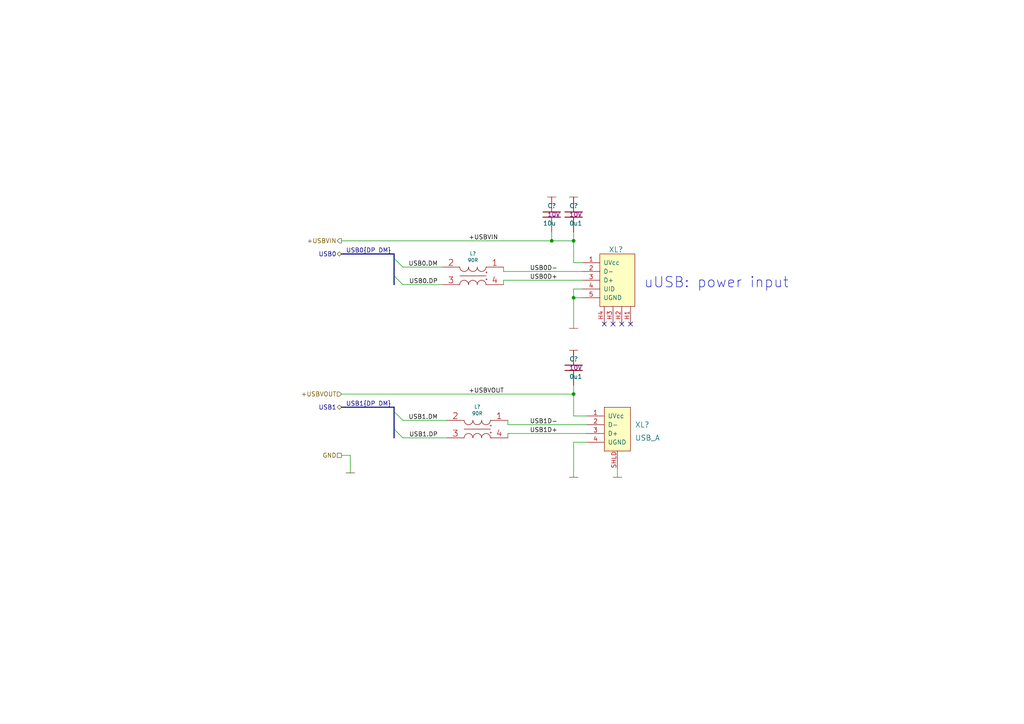
<source format=kicad_sch>
(kicad_sch (version 20211123) (generator eeschema)

  (uuid b35ed62f-701a-40b0-8708-b5d3b7fe1013)

  (paper "A4")

  (lib_symbols
    (symbol "C_11" (pin_numbers hide) (pin_names (offset 0.254)) (in_bom yes) (on_board yes)
      (property "Reference" "C" (id 0) (at -2.54 -2.54 0)
        (effects (font (size 1.27 1.27)) (justify left))
      )
      (property "Value" "C_11" (id 1) (at -2.54 2.54 0)
        (effects (font (size 1.27 1.27)) (justify left))
      )
      (property "Footprint" "Capacitors:CAP_0603" (id 2) (at 2.54 -3.81 90)
        (effects (font (size 0.7112 0.7112)) (justify bottom) hide)
      )
      (property "Datasheet" "" (id 3) (at -2.54 -2.54 0)
        (effects (font (size 1.524 1.524)) hide)
      )
      (property "Price" "0.5" (id 4) (at 0 0 0)
        (effects (font (size 1.524 1.524)) hide)
      )
      (property "SolderPoints" "2" (id 5) (at 2.54 2.54 0)
        (effects (font (size 1.524 1.524)) hide)
      )
      (property "Description" "X5R or X7R capacitor, 6.3V or higher" (id 6) (at 0 0 0)
        (effects (font (size 2.0066 2.0066)) hide)
      )
      (property "Type" "Capacitor SMD" (id 7) (at 0 0 0)
        (effects (font (size 1.27 1.27)) hide)
      )
      (property "PN" "-" (id 8) (at 0 0 0)
        (effects (font (size 1.27 1.27)) hide)
      )
      (property "Manufacturer" "-" (id 9) (at 0 0 0)
        (effects (font (size 1.27 1.27)) hide)
      )
      (property "Dielectric" "X5R or X7R" (id 10) (at 0 0 0)
        (effects (font (size 1.27 1.27)) hide)
      )
      (property "Tolerance" "20%" (id 11) (at 0 0 0)
        (effects (font (size 1.27 1.27)) hide)
      )
      (property "Voltage" "10V" (id 12) (at 0 0 0)
        (effects (font (size 1.27 1.27)) (justify left))
      )
      (property "ki_description" "Capacitor" (id 13) (at 0 0 0)
        (effects (font (size 1.27 1.27)) hide)
      )
      (property "ki_fp_filters" "c*" (id 14) (at 0 0 0)
        (effects (font (size 1.27 1.27)) hide)
      )
      (symbol "C_11_0_1"
        (polyline
          (pts
            (xy -2.54 -0.762)
            (xy 2.54 -0.762)
          )
          (stroke (width 0.254) (type default) (color 0 0 0 0))
          (fill (type none))
        )
        (polyline
          (pts
            (xy -2.54 0.762)
            (xy 2.54 0.762)
          )
          (stroke (width 0.254) (type default) (color 0 0 0 0))
          (fill (type none))
        )
      )
      (symbol "C_11_1_1"
        (pin passive line (at 0 5.08 270) (length 4.318)
          (name "~" (effects (font (size 1.016 1.016))))
          (number "1" (effects (font (size 1.016 1.016))))
        )
        (pin passive line (at 0 -5.08 90) (length 4.318)
          (name "~" (effects (font (size 1.016 1.016))))
          (number "2" (effects (font (size 1.016 1.016))))
        )
      )
    )
    (symbol "Connectors_kl:USB_A" (pin_names (offset 1.016)) (in_bom yes) (on_board yes)
      (property "Reference" "XL" (id 0) (at -5.08 11.43 0)
        (effects (font (size 1.524 1.524)))
      )
      (property "Value" "USB_A" (id 1) (at -2.54 8.89 0)
        (effects (font (size 1.524 1.524)))
      )
      (property "Footprint" "" (id 2) (at 0 0 0)
        (effects (font (size 1.524 1.524)))
      )
      (property "Datasheet" "" (id 3) (at 0 0 0)
        (effects (font (size 1.524 1.524)))
      )
      (property "ki_fp_filters" "USB*" (id 4) (at 0 0 0)
        (effects (font (size 1.27 1.27)) hide)
      )
      (symbol "USB_A_0_1"
        (rectangle (start 0 7.62) (end -7.62 -5.08)
          (stroke (width 0) (type default) (color 0 0 0 0))
          (fill (type background))
        )
      )
      (symbol "USB_A_1_1"
        (pin power_out line (at 5.08 5.08 180) (length 5.08)
          (name "UVcc" (effects (font (size 1.27 1.27))))
          (number "1" (effects (font (size 1.27 1.27))))
        )
        (pin passive line (at 5.08 2.54 180) (length 5.08)
          (name "D-" (effects (font (size 1.27 1.27))))
          (number "2" (effects (font (size 1.27 1.27))))
        )
        (pin passive line (at 5.08 0 180) (length 5.08)
          (name "D+" (effects (font (size 1.27 1.27))))
          (number "3" (effects (font (size 1.27 1.27))))
        )
        (pin power_out line (at 5.08 -2.54 180) (length 5.08)
          (name "UGND" (effects (font (size 1.27 1.27))))
          (number "4" (effects (font (size 1.27 1.27))))
        )
        (pin input line (at -3.81 -10.16 90) (length 5.08)
          (name "~" (effects (font (size 1.27 1.27))))
          (number "SHLD" (effects (font (size 1.27 1.27))))
        )
      )
    )
    (symbol "Connectors_kl:USB_MICRO_4H" (pin_names (offset 1.016)) (in_bom yes) (on_board yes)
      (property "Reference" "XL" (id 0) (at -5.08 11.43 0)
        (effects (font (size 1.524 1.524)))
      )
      (property "Value" "USB_MICRO_4H" (id 1) (at -2.54 8.89 0)
        (effects (font (size 1.524 1.524)))
      )
      (property "Footprint" "" (id 2) (at 0 0 0)
        (effects (font (size 1.524 1.524)))
      )
      (property "Datasheet" "" (id 3) (at 0 0 0)
        (effects (font (size 1.524 1.524)))
      )
      (property "ki_fp_filters" "USB*" (id 4) (at 0 0 0)
        (effects (font (size 1.27 1.27)) hide)
      )
      (symbol "USB_MICRO_4H_0_1"
        (rectangle (start 0 -7.62) (end -10.16 7.62)
          (stroke (width 0) (type default) (color 0 0 0 0))
          (fill (type background))
        )
        (pin passive line (at -3.81 -12.7 90) (length 5.08)
          (name "~" (effects (font (size 1.27 1.27))))
          (number "H3" (effects (font (size 1.27 1.27))))
        )
        (pin passive line (at -1.27 -12.7 90) (length 5.08)
          (name "~" (effects (font (size 1.27 1.27))))
          (number "H4" (effects (font (size 1.27 1.27))))
        )
      )
      (symbol "USB_MICRO_4H_1_1"
        (pin power_out line (at 5.08 5.08 180) (length 5.08)
          (name "UVcc" (effects (font (size 1.27 1.27))))
          (number "1" (effects (font (size 1.27 1.27))))
        )
        (pin passive line (at 5.08 2.54 180) (length 5.08)
          (name "D-" (effects (font (size 1.27 1.27))))
          (number "2" (effects (font (size 1.27 1.27))))
        )
        (pin passive line (at 5.08 0 180) (length 5.08)
          (name "D+" (effects (font (size 1.27 1.27))))
          (number "3" (effects (font (size 1.27 1.27))))
        )
        (pin passive line (at 5.08 -2.54 180) (length 5.08)
          (name "UID" (effects (font (size 1.27 1.27))))
          (number "4" (effects (font (size 1.27 1.27))))
        )
        (pin power_out line (at 5.08 -5.08 180) (length 5.08)
          (name "UGND" (effects (font (size 1.27 1.27))))
          (number "5" (effects (font (size 1.27 1.27))))
        )
        (pin passive line (at -8.89 -12.7 90) (length 5.08)
          (name "~" (effects (font (size 1.27 1.27))))
          (number "H1" (effects (font (size 1.27 1.27))))
        )
        (pin passive line (at -6.35 -12.7 90) (length 5.08)
          (name "~" (effects (font (size 1.27 1.27))))
          (number "H2" (effects (font (size 1.27 1.27))))
        )
      )
    )
    (symbol "Tittar_kl:C" (pin_numbers hide) (pin_names (offset 0.254)) (in_bom yes) (on_board yes)
      (property "Reference" "C" (id 0) (at -2.54 -2.54 0)
        (effects (font (size 1.27 1.27)) (justify left))
      )
      (property "Value" "Tittar_kl_C" (id 1) (at -2.54 2.54 0)
        (effects (font (size 1.27 1.27)) (justify left))
      )
      (property "Footprint" "Capacitors:CAP_0603" (id 2) (at 2.54 -3.81 90)
        (effects (font (size 0.7112 0.7112)) (justify bottom) hide)
      )
      (property "Datasheet" "" (id 3) (at -2.54 -2.54 0)
        (effects (font (size 1.524 1.524)) hide)
      )
      (property "Price" "0.5" (id 4) (at 0 0 0)
        (effects (font (size 1.524 1.524)) hide)
      )
      (property "SolderPoints" "2" (id 5) (at 2.54 2.54 0)
        (effects (font (size 1.524 1.524)) hide)
      )
      (property "ki_fp_filters" "c*" (id 6) (at 0 0 0)
        (effects (font (size 1.27 1.27)) hide)
      )
      (symbol "C_0_1"
        (polyline
          (pts
            (xy -2.54 -0.762)
            (xy 2.54 -0.762)
          )
          (stroke (width 0.254) (type default) (color 0 0 0 0))
          (fill (type none))
        )
        (polyline
          (pts
            (xy -2.54 0.762)
            (xy 2.54 0.762)
          )
          (stroke (width 0.254) (type default) (color 0 0 0 0))
          (fill (type none))
        )
      )
      (symbol "C_1_1"
        (pin passive line (at 0 5.08 270) (length 4.318)
          (name "~" (effects (font (size 1.016 1.016))))
          (number "1" (effects (font (size 1.016 1.016))))
        )
        (pin passive line (at 0 -5.08 90) (length 4.318)
          (name "~" (effects (font (size 1.016 1.016))))
          (number "2" (effects (font (size 1.016 1.016))))
        )
      )
    )
    (symbol "Tittar_kl:CHOKE_COIL" (pin_names hide) (in_bom yes) (on_board yes)
      (property "Reference" "L" (id 0) (at -3.81 7.62 0)
        (effects (font (size 1.016 1.016)))
      )
      (property "Value" "CHOKE_COIL" (id 1) (at -0.127 6.096 0)
        (effects (font (size 1.016 1.016)))
      )
      (property "Footprint" "" (id 2) (at 0 0 0)
        (effects (font (size 1.524 1.524)))
      )
      (property "Datasheet" "" (id 3) (at 0 0 0)
        (effects (font (size 1.524 1.524)))
      )
      (property "ki_description" "Common mode choke coil" (id 4) (at 0 0 0)
        (effects (font (size 1.27 1.27)) hide)
      )
      (property "ki_fp_filters" "IND*" (id 5) (at 0 0 0)
        (effects (font (size 1.27 1.27)) hide)
      )
      (symbol "CHOKE_COIL_0_1"
        (circle (center -3.937 -1.016) (radius 0.127)
          (stroke (width 0) (type default) (color 0 0 0 0))
          (fill (type none))
        )
        (circle (center -3.937 1.016) (radius 0.127)
          (stroke (width 0) (type default) (color 0 0 0 0))
          (fill (type none))
        )
        (arc (start -3.81 2.54) (mid -2.54 1.27) (end -1.27 2.54)
          (stroke (width 0) (type default) (color 0 0 0 0))
          (fill (type none))
        )
        (arc (start -1.27 -2.54) (mid -2.54 -1.27) (end -3.81 -2.54)
          (stroke (width 0) (type default) (color 0 0 0 0))
          (fill (type none))
        )
        (arc (start -1.27 2.54) (mid 0 1.27) (end 1.27 2.54)
          (stroke (width 0) (type default) (color 0 0 0 0))
          (fill (type none))
        )
        (polyline
          (pts
            (xy -3.81 0)
            (xy 3.81 0)
          )
          (stroke (width 0) (type default) (color 0 0 0 0))
          (fill (type none))
        )
        (arc (start 1.27 -2.54) (mid 0 -1.27) (end -1.27 -2.54)
          (stroke (width 0) (type default) (color 0 0 0 0))
          (fill (type none))
        )
        (arc (start 1.27 2.54) (mid 2.54 1.27) (end 3.81 2.54)
          (stroke (width 0) (type default) (color 0 0 0 0))
          (fill (type none))
        )
        (arc (start 3.81 -2.54) (mid 2.54 -1.27) (end 1.27 -2.54)
          (stroke (width 0) (type default) (color 0 0 0 0))
          (fill (type none))
        )
      )
      (symbol "CHOKE_COIL_1_1"
        (pin passive line (at -8.89 2.54 0) (length 5.08)
          (name "~" (effects (font (size 1.778 1.778))))
          (number "1" (effects (font (size 1.778 1.778))))
        )
        (pin passive line (at 8.89 2.54 180) (length 5.08)
          (name "~" (effects (font (size 1.778 1.778))))
          (number "2" (effects (font (size 1.778 1.778))))
        )
        (pin passive line (at 8.89 -2.54 180) (length 5.08)
          (name "~" (effects (font (size 1.778 1.778))))
          (number "3" (effects (font (size 1.778 1.778))))
        )
        (pin passive line (at -8.89 -2.54 0) (length 5.08)
          (name "~" (effects (font (size 1.778 1.778))))
          (number "4" (effects (font (size 1.778 1.778))))
        )
      )
    )
    (symbol "power:GND" (power) (pin_names (offset 0.254)) (in_bom yes) (on_board yes)
      (property "Reference" "#PWR" (id 0) (at 2.286 -0.508 0)
        (effects (font (size 0.762 0.762)) hide)
      )
      (property "Value" "GND" (id 1) (at 0 -2.032 0)
        (effects (font (size 0.762 0.762)) hide)
      )
      (property "Footprint" "" (id 2) (at 0 0 0)
        (effects (font (size 1.524 1.524)))
      )
      (property "Datasheet" "" (id 3) (at 0 0 0)
        (effects (font (size 1.524 1.524)))
      )
      (symbol "GND_0_1"
        (polyline
          (pts
            (xy -1.27 0)
            (xy 1.27 0)
          )
          (stroke (width 0.127) (type default) (color 0 0 0 0))
          (fill (type none))
        )
      )
      (symbol "GND_1_1"
        (pin power_in line (at 0 0 270) (length 0) hide
          (name "GND" (effects (font (size 0.762 0.762))))
          (number "1" (effects (font (size 0.762 0.762))))
        )
      )
    )
  )

  (junction (at 160.02 69.85) (diameter 0) (color 0 0 0 0)
    (uuid 328dd172-f93d-4fc5-b64d-491e303c6be1)
  )
  (junction (at 166.37 86.36) (diameter 0) (color 0 0 0 0)
    (uuid 5e92c62c-36d5-4262-be59-d9133590ea4e)
  )
  (junction (at 166.37 114.3) (diameter 0) (color 0 0 0 0)
    (uuid 948ef552-1a17-4562-af06-9f12cb3a7bb7)
  )
  (junction (at 166.37 69.85) (diameter 0) (color 0 0 0 0)
    (uuid f75afb40-9368-4824-826c-b6ab400668ba)
  )

  (no_connect (at 175.26 93.98) (uuid 3e8e6214-d394-4b5a-8e15-425b0da09d69))
  (no_connect (at 182.88 93.98) (uuid 4037c023-d147-4f6a-aebc-5e3ed763d253))
  (no_connect (at 180.34 93.98) (uuid 99bf6331-4737-46ca-8952-4c0f558a5b8a))
  (no_connect (at 177.8 93.98) (uuid bd2a31ee-6d9f-4f45-a364-9e3474cbe28b))

  (bus_entry (at 114.3 124.46) (size 2.54 2.54)
    (stroke (width 0) (type default) (color 0 0 0 0))
    (uuid 1ecbfb5f-c11c-48a2-832b-8a1abe83cc17)
  )
  (bus_entry (at 114.3 74.93) (size 2.54 2.54)
    (stroke (width 0) (type default) (color 0 0 0 0))
    (uuid 9006db7f-5ac2-4128-bfb6-96640f69aa9f)
  )
  (bus_entry (at 114.3 119.38) (size 2.54 2.54)
    (stroke (width 0) (type default) (color 0 0 0 0))
    (uuid b1eab83d-3877-445f-a57a-c11f0807dc72)
  )
  (bus_entry (at 114.3 80.01) (size 2.54 2.54)
    (stroke (width 0) (type default) (color 0 0 0 0))
    (uuid f16db611-c182-457d-a799-673a6e572fbe)
  )

  (wire (pts (xy 116.84 127) (xy 129.54 127))
    (stroke (width 0) (type default) (color 0 0 0 0))
    (uuid 011f761e-2fec-4df6-8c27-6fbce591db72)
  )
  (bus (pts (xy 114.3 73.66) (xy 114.3 74.93))
    (stroke (width 0) (type default) (color 0 0 0 0))
    (uuid 050333b6-dfca-4783-96a4-57de197807b6)
  )

  (wire (pts (xy 166.37 114.3) (xy 166.37 111.76))
    (stroke (width 0) (type default) (color 0 0 0 0))
    (uuid 0a8d4d3f-b17c-4a68-8455-1e000a5b6fda)
  )
  (bus (pts (xy 114.3 118.11) (xy 114.3 119.38))
    (stroke (width 0) (type default) (color 0 0 0 0))
    (uuid 10b50cca-2905-4385-8e71-8dd15ed8d580)
  )

  (wire (pts (xy 116.84 82.55) (xy 128.27 82.55))
    (stroke (width 0) (type default) (color 0 0 0 0))
    (uuid 1415d5b8-0e98-403c-807f-0f3134579042)
  )
  (wire (pts (xy 160.02 69.85) (xy 166.37 69.85))
    (stroke (width 0) (type default) (color 0 0 0 0))
    (uuid 1505e8c0-d42d-48c6-98a5-ed24379b3c33)
  )
  (wire (pts (xy 101.6 132.08) (xy 99.06 132.08))
    (stroke (width 0) (type solid) (color 0 0 0 0))
    (uuid 155d2f0e-cf0d-4ad0-8299-8d53252e0465)
  )
  (wire (pts (xy 166.37 76.2) (xy 166.37 69.85))
    (stroke (width 0) (type default) (color 0 0 0 0))
    (uuid 1efb9337-c2d2-4064-ab87-7f1e45349f57)
  )
  (wire (pts (xy 168.91 78.74) (xy 146.05 78.74))
    (stroke (width 0) (type default) (color 0 0 0 0))
    (uuid 21f2ebf7-f1b6-4e65-ae31-bbcb6b1de023)
  )
  (wire (pts (xy 166.37 83.82) (xy 168.91 83.82))
    (stroke (width 0) (type default) (color 0 0 0 0))
    (uuid 28fe0f38-2004-422c-9f86-1ffe2982c18d)
  )
  (wire (pts (xy 179.07 138.43) (xy 179.07 135.89))
    (stroke (width 0) (type default) (color 0 0 0 0))
    (uuid 332bede3-5e51-4f85-8490-2ef7d36427d1)
  )
  (wire (pts (xy 116.84 121.92) (xy 129.54 121.92))
    (stroke (width 0) (type default) (color 0 0 0 0))
    (uuid 3652fdd5-2f74-4b7e-aada-da4fbfa81605)
  )
  (wire (pts (xy 116.84 77.47) (xy 128.27 77.47))
    (stroke (width 0) (type default) (color 0 0 0 0))
    (uuid 37c73b49-bdf6-4b17-9776-7509a4c1f09e)
  )
  (wire (pts (xy 147.32 127) (xy 147.32 125.73))
    (stroke (width 0) (type default) (color 0 0 0 0))
    (uuid 3a2765f2-2f35-433b-85e4-8d7961804f3f)
  )
  (wire (pts (xy 166.37 86.36) (xy 166.37 83.82))
    (stroke (width 0) (type default) (color 0 0 0 0))
    (uuid 3be4c6ed-ae0c-43fe-9066-7adb6e869090)
  )
  (bus (pts (xy 99.06 118.11) (xy 114.3 118.11))
    (stroke (width 0) (type default) (color 0 0 0 0))
    (uuid 423a8619-e821-4e82-94dc-8307a5758946)
  )
  (bus (pts (xy 99.06 73.66) (xy 114.3 73.66))
    (stroke (width 0) (type default) (color 0 0 0 0))
    (uuid 448164d1-de79-4cb3-b32e-e1976f900883)
  )

  (wire (pts (xy 99.06 69.85) (xy 160.02 69.85))
    (stroke (width 0) (type default) (color 0 0 0 0))
    (uuid 4ac46e3d-515a-49f2-b0a9-6e4b8fbc7cd7)
  )
  (bus (pts (xy 114.3 74.93) (xy 114.3 80.01))
    (stroke (width 0) (type default) (color 0 0 0 0))
    (uuid 4bc03e89-06c2-42cc-ba45-cca7fed0d5e8)
  )

  (wire (pts (xy 170.18 123.19) (xy 147.32 123.19))
    (stroke (width 0) (type default) (color 0 0 0 0))
    (uuid 5d3ca416-d611-461e-b609-685e18412f6e)
  )
  (wire (pts (xy 166.37 128.27) (xy 170.18 128.27))
    (stroke (width 0) (type default) (color 0 0 0 0))
    (uuid 6407d391-35df-4bdd-9cd2-c01f1d812ceb)
  )
  (wire (pts (xy 146.05 81.28) (xy 168.91 81.28))
    (stroke (width 0) (type default) (color 0 0 0 0))
    (uuid 6c13d1d6-b55f-4bb6-b45d-a4fa9b49be81)
  )
  (bus (pts (xy 114.3 80.01) (xy 114.3 82.55))
    (stroke (width 0) (type default) (color 0 0 0 0))
    (uuid 727ef1be-7db7-4355-aa89-10170a068337)
  )

  (wire (pts (xy 166.37 95.25) (xy 166.37 86.36))
    (stroke (width 0) (type default) (color 0 0 0 0))
    (uuid 7e8a1a72-9c50-4b48-9394-2f740f8413fe)
  )
  (wire (pts (xy 168.91 76.2) (xy 166.37 76.2))
    (stroke (width 0) (type default) (color 0 0 0 0))
    (uuid 86f51650-ab23-4b80-bbcc-a93d8969b1b0)
  )
  (wire (pts (xy 166.37 120.65) (xy 166.37 114.3))
    (stroke (width 0) (type default) (color 0 0 0 0))
    (uuid 89159bab-de5b-43ba-b5a2-24640422124d)
  )
  (wire (pts (xy 146.05 82.55) (xy 146.05 81.28))
    (stroke (width 0) (type default) (color 0 0 0 0))
    (uuid 972ebb06-5e16-4532-909c-d3ba602a8beb)
  )
  (wire (pts (xy 166.37 69.85) (xy 166.37 67.31))
    (stroke (width 0) (type default) (color 0 0 0 0))
    (uuid 9ab7e20b-0a85-46ed-822b-294cd0477b99)
  )
  (wire (pts (xy 166.37 86.36) (xy 168.91 86.36))
    (stroke (width 0) (type default) (color 0 0 0 0))
    (uuid 9e880f62-96e8-4805-838f-e7ac41e81c0e)
  )
  (wire (pts (xy 147.32 125.73) (xy 170.18 125.73))
    (stroke (width 0) (type default) (color 0 0 0 0))
    (uuid a040fabc-4a28-4618-9bc3-c0890970f430)
  )
  (wire (pts (xy 170.18 120.65) (xy 166.37 120.65))
    (stroke (width 0) (type default) (color 0 0 0 0))
    (uuid a93dd382-2754-4811-9895-58093af389ed)
  )
  (wire (pts (xy 101.6 137.16) (xy 101.6 132.08))
    (stroke (width 0) (type solid) (color 0 0 0 0))
    (uuid b9279a57-135c-4253-ba72-76d557add4a3)
  )
  (wire (pts (xy 160.02 67.31) (xy 160.02 69.85))
    (stroke (width 0) (type default) (color 0 0 0 0))
    (uuid c4994f5c-d6f3-4aba-b2db-6b05c6302ec7)
  )
  (bus (pts (xy 114.3 124.46) (xy 114.3 127))
    (stroke (width 0) (type default) (color 0 0 0 0))
    (uuid d47b94ec-1bdd-4394-827d-57ff0003a2ff)
  )

  (wire (pts (xy 147.32 123.19) (xy 147.32 121.92))
    (stroke (width 0) (type default) (color 0 0 0 0))
    (uuid df2e2b26-a09a-4b9c-bf1c-2c1e3e6a1f8a)
  )
  (wire (pts (xy 99.06 114.3) (xy 166.37 114.3))
    (stroke (width 0) (type default) (color 0 0 0 0))
    (uuid e953b2eb-0eab-4be0-b6e1-b855d6489654)
  )
  (wire (pts (xy 166.37 128.27) (xy 166.37 138.43))
    (stroke (width 0) (type default) (color 0 0 0 0))
    (uuid f18d76fe-f85b-4fbb-9d84-fc21bc9001bf)
  )
  (wire (pts (xy 146.05 78.74) (xy 146.05 77.47))
    (stroke (width 0) (type default) (color 0 0 0 0))
    (uuid f902465e-dc1e-4e6b-b9de-cdfd603e5907)
  )
  (bus (pts (xy 114.3 119.38) (xy 114.3 124.46))
    (stroke (width 0) (type default) (color 0 0 0 0))
    (uuid ff662319-9402-494e-aa18-6049fd850e30)
  )

  (text "uUSB: power input" (at 186.69 83.82 0)
    (effects (font (size 3 3)) (justify left bottom))
    (uuid 568087bf-985c-4436-9ac6-bb071d51f982)
  )

  (label "USB1{DP DM}" (at 100.33 118.11 0)
    (effects (font (size 1.27 1.27)) (justify left bottom))
    (uuid 1c203496-8832-4677-b7ed-75bd47700850)
  )
  (label "USB1.DP" (at 127 127 180)
    (effects (font (size 1.27 1.27)) (justify right bottom))
    (uuid 4bbba65a-61fc-494f-9af0-1b940d101b82)
  )
  (label "USB1D-" (at 153.67 123.19 0)
    (effects (font (size 1.27 1.27)) (justify left bottom))
    (uuid 4e4d0337-180a-4e9c-a9f3-b90d6941c6f5)
  )
  (label "USB0D-" (at 153.67 78.74 0)
    (effects (font (size 1.27 1.27)) (justify left bottom))
    (uuid 550e7334-55a9-44aa-aae6-3ed95bb34a6b)
  )
  (label "USB0{DP DM}" (at 100.33 73.66 0)
    (effects (font (size 1.27 1.27)) (justify left bottom))
    (uuid 77e2fd49-9bf4-4cdc-a938-75d50a375794)
  )
  (label "USB1D+" (at 153.67 125.73 0)
    (effects (font (size 1.27 1.27)) (justify left bottom))
    (uuid 7cd98144-605a-41cc-9c38-26bbc3420afc)
  )
  (label "USB0D+" (at 153.67 81.28 0)
    (effects (font (size 1.27 1.27)) (justify left bottom))
    (uuid 83e17caa-7eff-4e6c-a872-defc3a6f3b0f)
  )
  (label "USB1.DM" (at 127 121.92 180)
    (effects (font (size 1.27 1.27)) (justify right bottom))
    (uuid 95e4d326-a4bc-4959-9100-a484d99c1ca5)
  )
  (label "+USBVOUT" (at 135.89 114.3 0)
    (effects (font (size 1.27 1.27)) (justify left bottom))
    (uuid a8bbeb55-8f0c-46f8-bb05-396f8b039ef1)
  )
  (label "+USBVIN" (at 135.89 69.85 0)
    (effects (font (size 1.27 1.27)) (justify left bottom))
    (uuid c23a8a28-2d2b-49d3-a5dc-6616bba77f90)
  )
  (label "USB0.DP" (at 127 82.55 180)
    (effects (font (size 1.27 1.27)) (justify right bottom))
    (uuid e9bcfbdd-c77b-437e-8f6f-7d4cbf85bd81)
  )
  (label "USB0.DM" (at 127 77.47 180)
    (effects (font (size 1.27 1.27)) (justify right bottom))
    (uuid f1ff67e4-ee39-4e85-b984-acf6a43c7074)
  )

  (hierarchical_label "+USBVIN" (shape output) (at 99.06 69.85 180)
    (effects (font (size 1.27 1.27)) (justify right))
    (uuid 28ffdc86-d5e3-48fe-a682-2f4ae39c993a)
  )
  (hierarchical_label "USB0" (shape bidirectional) (at 99.06 73.66 180)
    (effects (font (size 1.27 1.27)) (justify right))
    (uuid 6b66e026-8883-4f3b-85ab-44abe4bee814)
  )
  (hierarchical_label "USB1" (shape bidirectional) (at 99.06 118.11 180)
    (effects (font (size 1.27 1.27)) (justify right))
    (uuid 76bccf9a-b804-413f-9198-9ee6fdfdea0b)
  )
  (hierarchical_label "+USBVOUT" (shape input) (at 99.06 114.3 180)
    (effects (font (size 1.27 1.27)) (justify right))
    (uuid d7797464-b465-4183-b4a9-8e1b49d39e8e)
  )
  (hierarchical_label "GND" (shape passive) (at 99.06 132.08 180)
    (effects (font (size 1.27 1.27)) (justify right))
    (uuid fff20423-5c1d-4107-b06a-385f08bbea7c)
  )

  (symbol (lib_id "Connectors_kl:USB_A") (at 175.26 125.73 0) (mirror y) (unit 1)
    (in_bom yes) (on_board yes) (fields_autoplaced)
    (uuid 3de1de3c-c741-462f-9dee-2cc1f2ba5744)
    (property "Reference" "XL?" (id 0) (at 184.15 123.19 0)
      (effects (font (size 1.524 1.524)) (justify right))
    )
    (property "Value" "USB_A" (id 1) (at 184.15 127 0)
      (effects (font (size 1.524 1.524)) (justify right))
    )
    (property "Footprint" "" (id 2) (at 175.26 125.73 0)
      (effects (font (size 1.524 1.524)) hide)
    )
    (property "Datasheet" "" (id 3) (at 175.26 125.73 0)
      (effects (font (size 1.524 1.524)))
    )
    (pin "1" (uuid 0f83c445-d481-4248-b8e0-f10788685e09))
    (pin "2" (uuid 231a3cd2-8480-4cd4-b576-39935bb74755))
    (pin "3" (uuid 1e8782a3-808e-4185-b3c0-3dc55aa72736))
    (pin "4" (uuid b50b8cfe-4782-4665-84f1-ab6ce88aae76))
    (pin "SHLD" (uuid 65169098-5739-45ad-a28a-2216de8b3fa6))
  )

  (symbol (lib_id "Tittar_kl:CHOKE_COIL") (at 138.43 124.46 0) (mirror y) (unit 1)
    (in_bom yes) (on_board yes)
    (uuid 6af7d029-451b-43d1-ac0e-689bf016346b)
    (property "Reference" "L?" (id 0) (at 138.43 117.983 0)
      (effects (font (size 1.016 1.016)))
    )
    (property "Value" "90R" (id 1) (at 138.43 119.9134 0)
      (effects (font (size 1.016 1.016)))
    )
    (property "Footprint" "Inductors:DLW21SN" (id 2) (at 138.43 124.46 0)
      (effects (font (size 1.524 1.524)) hide)
    )
    (property "Datasheet" "" (id 3) (at 138.43 124.46 0)
      (effects (font (size 1.524 1.524)))
    )
    (property "PN" "DLW21SN900SQ2" (id 4) (at 138.43 124.46 0)
      (effects (font (size 1.27 1.27)) hide)
    )
    (pin "1" (uuid b3b2c3e8-71e8-4862-b589-e028ecd555c2))
    (pin "2" (uuid bf80d0b9-2a7b-4f91-9524-b6b47c6ca8dc))
    (pin "3" (uuid 3a036c8e-9142-4e7b-80db-50d4653096b6))
    (pin "4" (uuid e52f0396-ff9b-4632-b111-6421371f604c))
  )

  (symbol (lib_id "Tittar_kl:C") (at 166.37 62.23 0) (mirror x) (unit 1)
    (in_bom yes) (on_board yes)
    (uuid 76bb1dc6-fe1d-434b-af81-4b0aff93754f)
    (property "Reference" "C?" (id 0) (at 165.1 59.69 0)
      (effects (font (size 1.27 1.27)) (justify left))
    )
    (property "Value" "0u1" (id 1) (at 165.1 64.77 0)
      (effects (font (size 1.27 1.27)) (justify left))
    )
    (property "Footprint" "Capacitors:CAP_0402" (id 2) (at 168.91 58.42 90)
      (effects (font (size 0.7112 0.7112)) (justify bottom) hide)
    )
    (property "Datasheet" "" (id 3) (at 163.83 59.69 0)
      (effects (font (size 1.524 1.524)) hide)
    )
    (property "Price" "0.5" (id 4) (at 166.37 62.23 0)
      (effects (font (size 1.524 1.524)) hide)
    )
    (property "SolderPoints" "2" (id 5) (at 168.91 64.77 0)
      (effects (font (size 1.524 1.524)) hide)
    )
    (property "Description" "X5R or X7R capacitor, 6.3V or higher" (id 6) (at 166.37 62.23 0)
      (effects (font (size 2.0066 2.0066)) hide)
    )
    (property "Type" "Capacitor SMD" (id 7) (at 166.37 62.23 0)
      (effects (font (size 1.27 1.27)) hide)
    )
    (property "PN" "-" (id 8) (at 166.37 62.23 0)
      (effects (font (size 1.27 1.27)) hide)
    )
    (property "Manufacturer" "-" (id 9) (at 166.37 62.23 0)
      (effects (font (size 1.27 1.27)) hide)
    )
    (property "Dielectric" "X5R or X7R" (id 10) (at 166.37 62.23 0)
      (effects (font (size 1.27 1.27)) hide)
    )
    (property "Tolerance" "20%" (id 11) (at 166.37 62.23 0)
      (effects (font (size 1.27 1.27)) hide)
    )
    (property "Voltage" "10V" (id 12) (at 165.1 62.23 0)
      (effects (font (size 1.27 1.27)) (justify left))
    )
    (pin "1" (uuid 63e850f1-54a4-4bed-89a3-674bafff1898))
    (pin "2" (uuid 5aa35560-7521-43ae-b002-401877faac1b))
  )

  (symbol (lib_id "power:GND") (at 166.37 138.43 0) (unit 1)
    (in_bom yes) (on_board yes)
    (uuid 7a523bad-339b-4c2e-b930-070b435d7742)
    (property "Reference" "#PWR?" (id 0) (at 168.656 138.938 0)
      (effects (font (size 0.762 0.762)) hide)
    )
    (property "Value" "GND" (id 1) (at 166.37 140.462 0)
      (effects (font (size 0.762 0.762)) hide)
    )
    (property "Footprint" "" (id 2) (at 166.37 138.43 0)
      (effects (font (size 1.524 1.524)))
    )
    (property "Datasheet" "" (id 3) (at 166.37 138.43 0)
      (effects (font (size 1.524 1.524)))
    )
    (pin "1" (uuid 0f3fe1bb-78e2-4782-89a1-6b72f1957db2))
  )

  (symbol (lib_id "power:GND") (at 101.6 137.16 0) (unit 1)
    (in_bom yes) (on_board yes)
    (uuid 9a2c6c72-5383-41fc-baa7-946afd346eb2)
    (property "Reference" "#PWR?" (id 0) (at 103.886 137.668 0)
      (effects (font (size 0.762 0.762)) hide)
    )
    (property "Value" "GND" (id 1) (at 101.6 139.192 0)
      (effects (font (size 0.762 0.762)) hide)
    )
    (property "Footprint" "" (id 2) (at 101.6 137.16 0)
      (effects (font (size 1.524 1.524)))
    )
    (property "Datasheet" "" (id 3) (at 101.6 137.16 0)
      (effects (font (size 1.524 1.524)))
    )
    (pin "1" (uuid 3e8a417a-1877-46f6-96f3-9b897009e7c4))
  )

  (symbol (lib_id "Tittar_kl:CHOKE_COIL") (at 137.16 80.01 0) (mirror y) (unit 1)
    (in_bom yes) (on_board yes)
    (uuid a1e2ec37-215e-4ff3-83f2-a7940b520250)
    (property "Reference" "L?" (id 0) (at 137.16 73.533 0)
      (effects (font (size 1.016 1.016)))
    )
    (property "Value" "90R" (id 1) (at 137.16 75.4634 0)
      (effects (font (size 1.016 1.016)))
    )
    (property "Footprint" "Inductors:DLW21SN" (id 2) (at 137.16 80.01 0)
      (effects (font (size 1.524 1.524)) hide)
    )
    (property "Datasheet" "" (id 3) (at 137.16 80.01 0)
      (effects (font (size 1.524 1.524)))
    )
    (property "PN" "DLW21SN900SQ2" (id 4) (at 137.16 80.01 0)
      (effects (font (size 1.27 1.27)) hide)
    )
    (pin "1" (uuid 49490203-8e33-48fe-80e3-1ed25389f251))
    (pin "2" (uuid 8a1cbfe5-f799-4cb2-9bd1-75dcedaf8e1c))
    (pin "3" (uuid 6dff5362-97d2-444c-947c-abd5886d6ab0))
    (pin "4" (uuid 609f3bf2-4ab3-4d03-98a6-e47c6a9d9816))
  )

  (symbol (lib_id "power:GND") (at 166.37 101.6 0) (unit 1)
    (in_bom yes) (on_board yes)
    (uuid aa1c242a-feb3-4e04-85be-7da3ce54b362)
    (property "Reference" "#PWR?" (id 0) (at 168.656 102.108 0)
      (effects (font (size 0.762 0.762)) hide)
    )
    (property "Value" "GND" (id 1) (at 166.37 103.632 0)
      (effects (font (size 0.762 0.762)) hide)
    )
    (property "Footprint" "" (id 2) (at 166.37 101.6 0)
      (effects (font (size 1.524 1.524)))
    )
    (property "Datasheet" "" (id 3) (at 166.37 101.6 0)
      (effects (font (size 1.524 1.524)))
    )
    (pin "1" (uuid 43f48654-8fec-416d-9a5f-a7e631465ac4))
  )

  (symbol (lib_name "C_11") (lib_id "Tittar_kl:C") (at 160.02 62.23 0) (unit 1)
    (in_bom yes) (on_board yes)
    (uuid b2b2b459-3327-4b1a-b53d-054d28185317)
    (property "Reference" "C?" (id 0) (at 158.75 59.69 0)
      (effects (font (size 1.27 1.27)) (justify left))
    )
    (property "Value" "10u" (id 1) (at 157.48 64.77 0)
      (effects (font (size 1.27 1.27)) (justify left))
    )
    (property "Footprint" "Capacitors:CAP_0603" (id 2) (at 162.56 66.04 90)
      (effects (font (size 0.7112 0.7112)) (justify bottom) hide)
    )
    (property "Datasheet" "" (id 3) (at 157.48 64.77 0)
      (effects (font (size 1.524 1.524)) hide)
    )
    (property "Price" "0.5" (id 4) (at 160.02 62.23 0)
      (effects (font (size 1.524 1.524)) hide)
    )
    (property "SolderPoints" "2" (id 5) (at 162.56 59.69 0)
      (effects (font (size 1.524 1.524)) hide)
    )
    (property "Description" "X5R or X7R capacitor, 6.3V or higher" (id 6) (at 160.02 62.23 0)
      (effects (font (size 2.0066 2.0066)) hide)
    )
    (property "Type" "Capacitor SMD" (id 7) (at 160.02 62.23 0)
      (effects (font (size 1.27 1.27)) hide)
    )
    (property "PN" "-" (id 8) (at 160.02 62.23 0)
      (effects (font (size 1.27 1.27)) hide)
    )
    (property "Manufacturer" "-" (id 9) (at 160.02 62.23 0)
      (effects (font (size 1.27 1.27)) hide)
    )
    (property "Dielectric" "X5R or X7R" (id 10) (at 160.02 62.23 0)
      (effects (font (size 1.27 1.27)) hide)
    )
    (property "Tolerance" "20%" (id 11) (at 160.02 62.23 0)
      (effects (font (size 1.27 1.27)) hide)
    )
    (property "Voltage" "10V" (id 12) (at 158.75 62.23 0)
      (effects (font (size 1.27 1.27)) (justify left))
    )
    (pin "1" (uuid 94d26e54-2d0d-4167-829e-366fcd6e806c))
    (pin "2" (uuid 8890f7dc-50c7-4799-b3fd-b271c46191a4))
  )

  (symbol (lib_id "power:GND") (at 166.37 95.25 0) (unit 1)
    (in_bom yes) (on_board yes)
    (uuid b9576161-dc3c-4f79-bf0d-9dccc8ca9f2e)
    (property "Reference" "#PWR?" (id 0) (at 168.656 95.758 0)
      (effects (font (size 0.762 0.762)) hide)
    )
    (property "Value" "GND" (id 1) (at 166.37 97.282 0)
      (effects (font (size 0.762 0.762)) hide)
    )
    (property "Footprint" "" (id 2) (at 166.37 95.25 0)
      (effects (font (size 1.524 1.524)))
    )
    (property "Datasheet" "" (id 3) (at 166.37 95.25 0)
      (effects (font (size 1.524 1.524)))
    )
    (pin "1" (uuid 763579a8-b4f4-45a3-85ae-be410b05e560))
  )

  (symbol (lib_id "power:GND") (at 160.02 57.15 0) (unit 1)
    (in_bom yes) (on_board yes)
    (uuid bfa9dcd5-b447-4347-b3ad-670b384f7340)
    (property "Reference" "#PWR?" (id 0) (at 162.306 57.658 0)
      (effects (font (size 0.762 0.762)) hide)
    )
    (property "Value" "GND" (id 1) (at 160.02 59.182 0)
      (effects (font (size 0.762 0.762)) hide)
    )
    (property "Footprint" "" (id 2) (at 160.02 57.15 0)
      (effects (font (size 1.524 1.524)))
    )
    (property "Datasheet" "" (id 3) (at 160.02 57.15 0)
      (effects (font (size 1.524 1.524)))
    )
    (pin "1" (uuid cd9e3793-8dad-490f-b307-a10ffd50f08e))
  )

  (symbol (lib_id "Tittar_kl:C") (at 166.37 106.68 0) (mirror x) (unit 1)
    (in_bom yes) (on_board yes)
    (uuid c4b31913-16d3-4aa1-88cd-75db03e3a350)
    (property "Reference" "C?" (id 0) (at 165.1 104.14 0)
      (effects (font (size 1.27 1.27)) (justify left))
    )
    (property "Value" "0u1" (id 1) (at 165.1 109.22 0)
      (effects (font (size 1.27 1.27)) (justify left))
    )
    (property "Footprint" "Capacitors:CAP_0402" (id 2) (at 168.91 102.87 90)
      (effects (font (size 0.7112 0.7112)) (justify bottom) hide)
    )
    (property "Datasheet" "" (id 3) (at 163.83 104.14 0)
      (effects (font (size 1.524 1.524)) hide)
    )
    (property "Price" "0.5" (id 4) (at 166.37 106.68 0)
      (effects (font (size 1.524 1.524)) hide)
    )
    (property "SolderPoints" "2" (id 5) (at 168.91 109.22 0)
      (effects (font (size 1.524 1.524)) hide)
    )
    (property "Description" "X5R or X7R capacitor, 6.3V or higher" (id 6) (at 166.37 106.68 0)
      (effects (font (size 2.0066 2.0066)) hide)
    )
    (property "Type" "Capacitor SMD" (id 7) (at 166.37 106.68 0)
      (effects (font (size 1.27 1.27)) hide)
    )
    (property "PN" "-" (id 8) (at 166.37 106.68 0)
      (effects (font (size 1.27 1.27)) hide)
    )
    (property "Manufacturer" "-" (id 9) (at 166.37 106.68 0)
      (effects (font (size 1.27 1.27)) hide)
    )
    (property "Dielectric" "X5R or X7R" (id 10) (at 166.37 106.68 0)
      (effects (font (size 1.27 1.27)) hide)
    )
    (property "Tolerance" "20%" (id 11) (at 166.37 106.68 0)
      (effects (font (size 1.27 1.27)) hide)
    )
    (property "Voltage" "10V" (id 12) (at 165.1 106.68 0)
      (effects (font (size 1.27 1.27)) (justify left))
    )
    (pin "1" (uuid 3ab586a7-bdcb-472d-8b53-93fd47d01bd4))
    (pin "2" (uuid 0dcc5ba0-6ed2-4cd4-ba40-70b97f2b3f4e))
  )

  (symbol (lib_id "Connectors_kl:USB_MICRO_4H") (at 173.99 81.28 0) (mirror y) (unit 1)
    (in_bom yes) (on_board yes)
    (uuid ce46500b-8cce-463d-8917-eea4d4e3d94a)
    (property "Reference" "XL?" (id 0) (at 176.53 72.39 0)
      (effects (font (size 1.524 1.524)) (justify right))
    )
    (property "Value" "USB_MICRO_4H" (id 1) (at 185.42 83.82 0)
      (effects (font (size 1.524 1.524)) (justify right) hide)
    )
    (property "Footprint" "Connectors:USBmicro_MOLEX_1050170001" (id 2) (at 173.99 81.28 0)
      (effects (font (size 1.524 1.524)) hide)
    )
    (property "Datasheet" "" (id 3) (at 173.99 81.28 0)
      (effects (font (size 1.524 1.524)))
    )
    (pin "H3" (uuid 472b286e-78c3-47a1-8b96-d0cd4e270ca5))
    (pin "H4" (uuid 33d13175-8b2e-4f0c-9c0c-ed037cd226fc))
    (pin "1" (uuid b12ebbbb-4cc1-43a4-8682-9a1d5526d3e4))
    (pin "2" (uuid d3a4c671-8b06-48a2-b8d9-645292910af6))
    (pin "3" (uuid ff7464c5-b6b1-4887-a5ea-2ab3dca4a7f7))
    (pin "4" (uuid 22ab1ef7-0ac2-48aa-8334-c7033db8189b))
    (pin "5" (uuid 9689f35d-3e55-4088-b356-13d65f81b520))
    (pin "H1" (uuid 267dd504-ea08-45c3-a3be-0b2901164ef7))
    (pin "H2" (uuid 6669e35e-ba07-43bc-aa79-55e4926bbdf3))
  )

  (symbol (lib_id "power:GND") (at 179.07 138.43 0) (unit 1)
    (in_bom yes) (on_board yes)
    (uuid fcbdf52f-38ce-4d62-a3e2-9d46fb02a3ea)
    (property "Reference" "#PWR?" (id 0) (at 181.356 138.938 0)
      (effects (font (size 0.762 0.762)) hide)
    )
    (property "Value" "GND" (id 1) (at 179.07 140.462 0)
      (effects (font (size 0.762 0.762)) hide)
    )
    (property "Footprint" "" (id 2) (at 179.07 138.43 0)
      (effects (font (size 1.524 1.524)))
    )
    (property "Datasheet" "" (id 3) (at 179.07 138.43 0)
      (effects (font (size 1.524 1.524)))
    )
    (pin "1" (uuid f2f804c9-71d5-4f61-921b-b11bfad87d1a))
  )

  (symbol (lib_id "power:GND") (at 166.37 57.15 0) (unit 1)
    (in_bom yes) (on_board yes)
    (uuid ff0d9b96-d203-4c1e-bb6b-ac76edfef846)
    (property "Reference" "#PWR?" (id 0) (at 168.656 57.658 0)
      (effects (font (size 0.762 0.762)) hide)
    )
    (property "Value" "GND" (id 1) (at 166.37 59.182 0)
      (effects (font (size 0.762 0.762)) hide)
    )
    (property "Footprint" "" (id 2) (at 166.37 57.15 0)
      (effects (font (size 1.524 1.524)))
    )
    (property "Datasheet" "" (id 3) (at 166.37 57.15 0)
      (effects (font (size 1.524 1.524)))
    )
    (pin "1" (uuid d58f69e8-068f-4399-9921-61b818899daf))
  )
)

</source>
